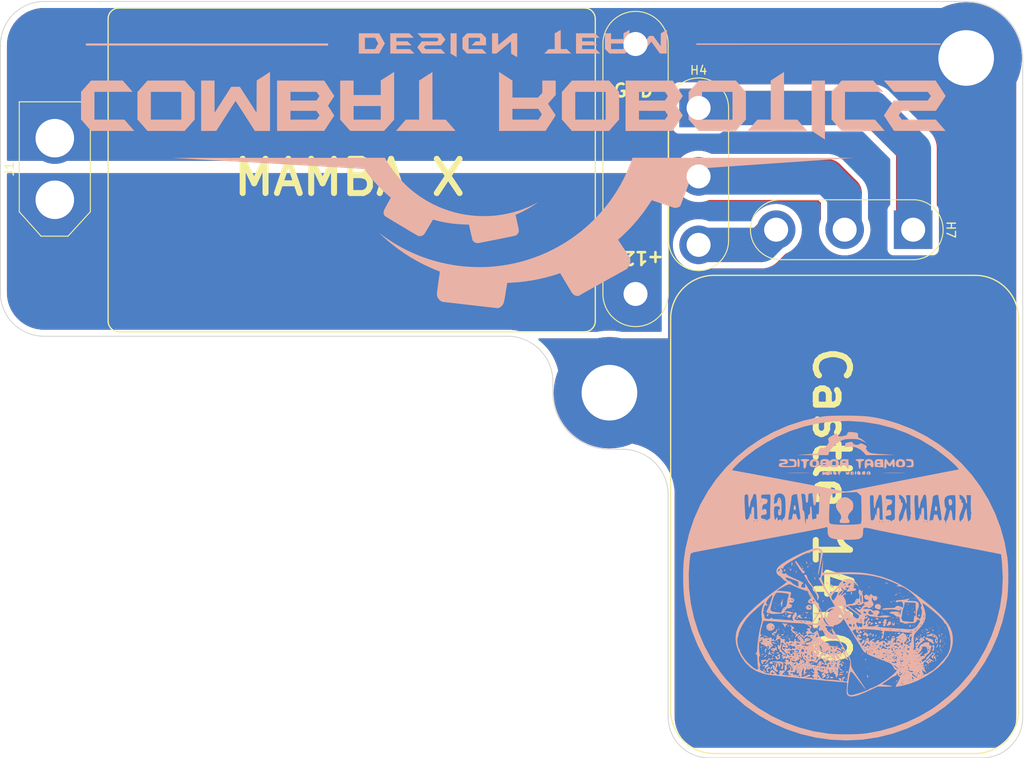
<source format=kicad_pcb>
(kicad_pcb (version 20211014) (generator pcbnew)
  (layers (0 "F.Cu" signal) (31 "B.Cu" signal) (34 "B.Paste" user) (35 "F.Paste" user) (36 "B.SilkS" user "B.Silkscreen") (37 "F.SilkS" user "F.Silkscreen") (38 "B.Mask" user) (39 "F.Mask" user) (44 "Edge.Cuts" user))
  (net 0 "")
  (net 1 "+12V")
  (net 2 "GND")
  (net 3 "Net-(H4-Pad1)")
  (net 4 "Net-(H4-Pad2)")
  (net 5 "Net-(H4-Pad3)")
  (footprint "MountingHole:MountingHole_6.5mm_Pad" (layer "F.Cu") (at 187.198 66.04)
    (fp_text reference "H11" (at -0.018 -0.03) (layer "F.SilkS"))
    (fp_text value "MountingHole")
    (pad "1" thru_hole circle (at 0 0) (size 13 13) (drill 6.5) (layers *.Cu *.Mask) (net 2 "GND"))
  )
  (footprint "Solder_Holes:2.8mm Solder Hole x3" (layer "F.Cu") (at 155.956 71.879)
    (fp_text reference "H4" (at 0 -4.4 unlocked) (layer "F.SilkS"))
    (fp_text value "2.8mm Plated Holes")
    (pad "1" thru_hole rect (at 0 0) (size 4.5 4.5) (drill 2.8) (layers *.Cu *.Mask) (net 3 "Net-(H4-Pad1)"))
    (pad "2" thru_hole circle (at 0 8) (size 4.5 4.5) (drill 2.8) (layers *.Cu *.Mask) (net 4 "Net-(H4-Pad2)"))
    (pad "3" thru_hole circle (at 0 16) (size 4.5 4.5) (drill 2.8) (layers *.Cu *.Mask) (net 5 "Net-(H4-Pad3)"))
  )
  (footprint "XT_Connectors:AMASS_XT60-F_1x02_P7.20mm_Vertical" (layer "F.Cu") (at 80.772 82.61205 90)
    (fp_text reference "J1" (at 3.6 -5.3 90) (layer "F.SilkS"))
    (fp_text value "XT60-F")
    (pad "1" thru_hole roundrect locked (at 0 0 90) (size 6 6) (drill 4.5) (layers *.Cu *.Mask) (net 1 "+12V"))
    (pad "2" thru_hole circle locked (at 7.2 0 90) (size 6 6) (drill 4.5) (layers *.Cu *.Mask) (net 2 "GND"))
  )
  (footprint "Combat_Robotics:Solder Holes MAMBA X Power" (layer "F.Cu") (at 148.59 93.61705 180)
    (fp_text reference "H1" (at 0 14.423 270 unlocked) (layer "F.SilkS"))
    (fp_text value "3.5mm Plated Holes")
    (pad "1" thru_hole rect (at 0 0 180) (size 4.5 4.5) (drill 2.8) (layers *.Cu *.Mask) (net 1 "+12V"))
    (pad "2" thru_hole circle (at 0 29.21 180) (size 4.5 4.5) (drill 2.8) (layers *.Cu *.Mask) (net 2 "GND"))
  )
  (footprint "Solder_Holes:2.8mm Solder Hole x3" (layer "F.Cu") (at 181.0111 86.105999 -90)
    (fp_text reference "H7" (at 0 -4.4 -90 unlocked) (layer "F.SilkS"))
    (fp_text value "2.8mm Plated Holes")
    (pad "1" thru_hole rect (at 0 0 270) (size 4.5 4.5) (drill 2.8) (layers *.Cu *.Mask) (net 3 "Net-(H4-Pad1)"))
    (pad "2" thru_hole circle (at 0 8 270) (size 4.5 4.5) (drill 2.8) (layers *.Cu *.Mask) (net 4 "Net-(H4-Pad2)"))
    (pad "3" thru_hole circle (at 0 16 270) (size 4.5 4.5) (drill 2.8) (layers *.Cu *.Mask) (net 5 "Net-(H4-Pad3)"))
  )
  (footprint "MountingHole:MountingHole_6.5mm_Pad" (layer "F.Cu") (at 145.542 105.156)
    (fp_text reference "H10" (at -0.042 -0.246) (layer "F.SilkS"))
    (fp_text value "MountingHole")
    (pad "1" thru_hole circle (at 0 0) (size 13 13) (drill 6.5) (layers *.Cu *.Mask) (net 2 "GND"))
  )
  (footprint "Combat_Robotics:Logo" (layer "B.Cu") (at 134.652363 78.938599)
    (fp_text reference "G***" hide)
    (fp_text value "LOGO" hide)
  )
  (footprint "Combat_Robotics:Krankenwagen_Logo" (layer "B.Cu") (at 173.137923 126.746 180)
    (fp_text reference "G***" hide)
    (fp_text value "LOGO" hide)
  )
  (gr_arc (start 157.770101 147.319998) (mid 154.177999 145.832101) (end 152.690103 142.239999) (layer "F.SilkS") (width 0.15))
  (gr_arc (start 188.250101 91.44) (mid 191.842203 92.927898) (end 193.3301 96.52) (layer "F.SilkS") (width 0.15))
  (gr_line (start 142.620999 98.044) (end 88.264999 98.044) (layer "F.SilkS") (width 0.15))
  (gr_arc (start 143.891 96.773999) (mid 143.519025 97.672025) (end 142.620999 98.044) (layer "F.SilkS") (width 0.15))
  (gr_line (start 86.994998 96.773999) (end 86.994998 61.467999) (layer "F.SilkS") (width 0.15))
  (gr_arc (start 193.330099 142.239998) (mid 191.842202 145.8321) (end 188.2501 147.319997) (layer "F.SilkS") (width 0.15))
  (gr_line (start 188.2501 147.319997) (end 157.770101 147.319998) (layer "F.SilkS") (width 0.15))
  (gr_line (start 88.264999 60.197998) (end 142.620999 60.197998) (layer "F.SilkS") (width 0.15))
  (gr_arc (start 86.994998 61.467999) (mid 87.366973 60.569973) (end 88.264999 60.197998) (layer "F.SilkS") (width 0.15))
  (gr_line (start 188.250101 91.44) (end 157.770101 91.440001) (layer "F.SilkS") (width 0.15))
  (gr_line (start 193.3301 96.52) (end 193.330099 142.239998) (layer "F.SilkS") (width 0.15))
  (gr_arc (start 152.690103 96.519999) (mid 154.178 92.927898) (end 157.770101 91.440001) (layer "F.SilkS") (width 0.15))
  (gr_line (start 152.690103 96.519999) (end 152.690103 142.239999) (layer "F.SilkS") (width 0.15))
  (gr_arc (start 88.264999 98.044) (mid 87.366973 97.672025) (end 86.994998 96.773999) (layer "F.SilkS") (width 0.15))
  (gr_line (start 143.891 61.467999) (end 143.891 96.773999) (layer "F.SilkS") (width 0.15))
  (gr_arc (start 142.620999 60.197998) (mid 143.519025 60.569973) (end 143.891 61.467999) (layer "F.SilkS") (width 0.15))
  (gr_line (start 145.542 111.76) (end 147.066 111.759999) (layer "Edge.Cuts") (width 0.1))
  (gr_arc (start 193.802 143.001998) (mid 192.470048 146.380717) (end 189.139101 147.828) (layer "Edge.Cuts") (width 0.1))
  (gr_line (start 189.139101 147.828) (end 157.135101 147.828001) (layer "Edge.Cuts") (width 0.1))
  (gr_arc (start 79.502 98.552) (mid 75.909896 97.064103) (end 74.422001 93.471999) (layer "Edge.Cuts") (width 0.1))
  (gr_arc (start 74.422001 64.552101) (mid 75.907723 60.947212) (end 79.502 59.436) (layer "Edge.Cuts") (width 0.1))
  (gr_line (start 79.502 59.436) (end 187.198 59.436) (layer "Edge.Cuts") (width 0.1))
  (gr_line (start 74.422001 93.471999) (end 74.422001 64.552101) (layer "Edge.Cuts") (width 0.1))
  (gr_arc (start 133.604 98.552) (mid 137.287 100.025199) (end 138.938 103.631999) (layer "Edge.Cuts") (width 0.1))
  (gr_line (start 152.4 116.839998) (end 152.4 143.001999) (layer "Edge.Cuts") (width 0.1))
  (gr_arc (start 145.542 111.76) (mid 140.872267 109.825733) (end 138.938 105.156) (layer "Edge.Cuts") (width 0.1))
  (gr_line (start 138.938 105.156) (end 138.938 103.631999) (layer "Edge.Cuts") (width 0.1))
  (gr_arc (start 157.135101 147.828001) (mid 153.768053 146.395672) (end 152.4 143.001999) (layer "Edge.Cuts") (width 0.1))
  (gr_line (start 193.802 66.04) (end 193.802 143.001998) (layer "Edge.Cuts") (width 0.1))
  (gr_arc (start 147.066 111.759999) (mid 150.749 113.233198) (end 152.4 116.839998) (layer "Edge.Cuts") (width 0.1))
  (gr_arc (start 187.198 59.436) (mid 191.867733 61.370267) (end 193.802 66.04) (layer "Edge.Cuts") (width 0.1))
  (gr_line (start 79.502 98.552) (end 133.604 98.552) (layer "Edge.Cuts") (width 0.1))
  (gr_text "GND" (at 148.336 69.85) (layer "F.SilkS") (effects (font (size 1.5 1.5) (thickness 0.3))))
  (gr_text "MAMBA X" (at 115.188999 80.01) (layer "F.SilkS") (effects (font (size 4 4) (thickness 0.7))))
  (gr_text "+12V" (at 148.844 89.408 180) (layer "F.SilkS") (effects (font (size 1.5 1.5) (thickness 0.3))))
  (gr_text "Castle 1410" (at 171.45 118.364 270) (layer "F.SilkS") (effects (font (size 4 4) (thickness 0.7))))
  (segment (start 181.0111 76.6171) (end 181.0111 86.105999) (width 4) (layer "F.Cu") (net 3))
  (segment (start 176.273 71.879) (end 181.0111 76.6171) (width 4) (layer "F.Cu") (net 3))
  (segment (start 155.956 71.879) (end 176.273 71.879) (width 4) (layer "F.Cu") (net 3))
  (segment (start 155.959 71.882) (end 176.276 71.882) (width 4) (layer "B.Cu") (net 3))
  (segment (start 155.959 71.882) (end 155.956 71.879) (width 3.5) (layer "B.Cu") (net 3))
  (segment (start 181.102 76.708) (end 181.102 86.36) (width 4) (layer "B.Cu") (net 3))
  (segment (start 176.276 71.882) (end 181.102 76.708) (width 4) (layer "B.Cu") (net 3))
  (segment (start 155.956 79.879) (end 171.065 79.879) (width 4) (layer "F.Cu") (net 4))
  (segment (start 173.0111 81.8251) (end 173.0111 86.105999) (width 4) (layer "F.Cu") (net 4))
  (segment (start 171.065 79.879) (end 173.0111 81.8251) (width 4) (layer "F.Cu") (net 4))
  (segment (start 155.959 79.882) (end 155.956 79.879) (width 3.5) (layer "B.Cu") (net 4))
  (segment (start 172.974 82.042) (end 172.974 86.106) (width 4) (layer "B.Cu") (net 4))
  (segment (start 170.942 80.01) (end 172.974 82.042) (width 4) (layer "B.Cu") (net 4))
  (segment (start 155.956 79.879) (end 156.087 80.01) (width 4) (layer "B.Cu") (net 4))
  (segment (start 156.087 80.01) (end 170.942 80.01) (width 4) (layer "B.Cu") (net 4))
  (segment (start 163.238099 87.879) (end 165.0111 86.105999) (width 4) (layer "F.Cu") (net 5))
  (segment (start 155.956 87.879) (end 163.238099 87.879) (width 4) (layer "F.Cu") (net 5))
  (segment (start 155.956 87.879) (end 163.327 87.879) (width 4) (layer "B.Cu") (net 5))
  (segment (start 163.327 87.879) (end 165.1 86.106) (width 4) (layer "B.Cu") (net 5))
  (zone (net 1) (net_name "+12V") (layers F&B.Cu) (connect_pads yes (clearance 0.762)) (min_thickness 0.254) (fill yes (thermal_gap 0.508) (thermal_bridge_width 0.508))
    (polygon (pts (xy 151.638 98.044) (xy 74.93 98.044) (xy 74.93 79.502) (xy 151.638 79.502)))
  )
  (zone (net 2) (net_name "GND") (layers F&B.Cu) (connect_pads yes (clearance 0.762)) (min_thickness 0.254) (fill yes (thermal_gap 0.508) (thermal_bridge_width 0.508))
    (polygon (pts (xy 193.548 146.638) (xy 152.4 146.638) (xy 152.4 122.127) (xy 140.716 111.078) (xy 134.112 98.806) (xy 152.4 98.806) (xy 152.4 78.058) (xy 74.93 78.058) (xy 74.93 59.516) (xy 193.548 59.516)))
  )
)
</source>
